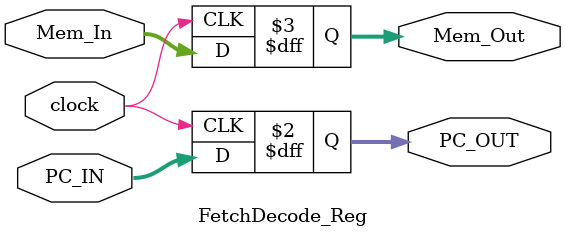
<source format=v>
`timescale 1ns / 1ps


module FetchDecode_Reg(
    input wire clock,
    input wire[31:0] PC_IN, Mem_In,
    output reg[31:0] PC_OUT, Mem_Out
    );
    
    always@(posedge clock) begin
        //if(reset == 0) begin
            PC_OUT = PC_IN;
            Mem_Out = Mem_In;
        //end
    end
    
endmodule

</source>
